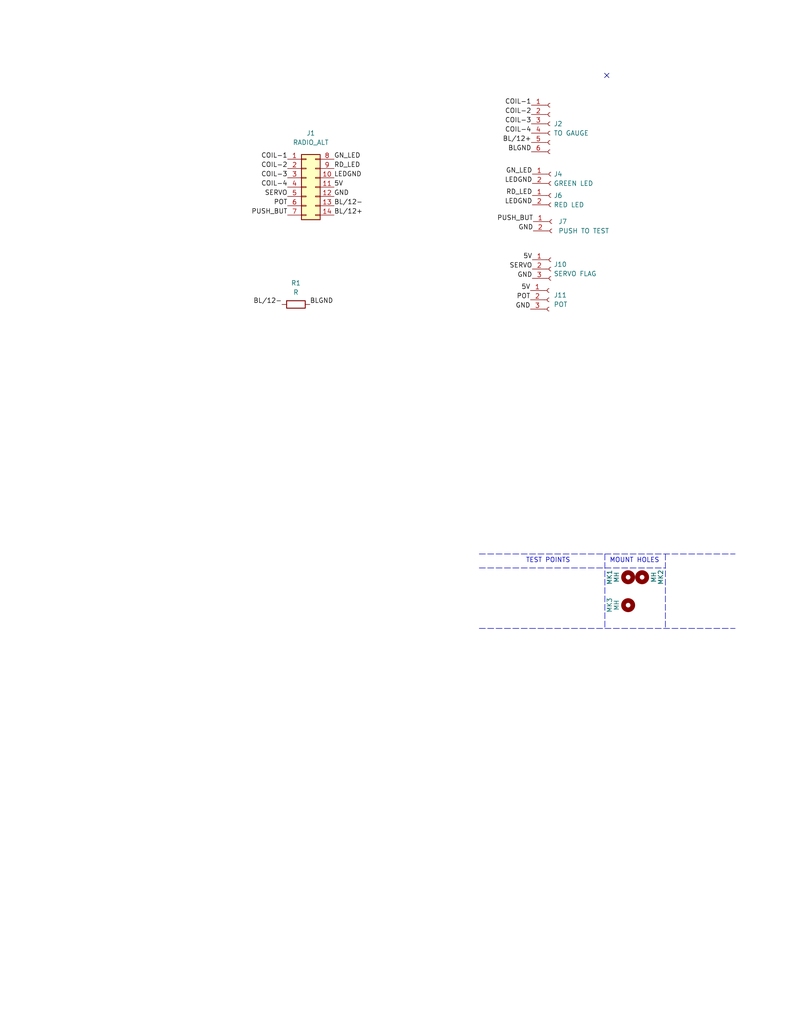
<source format=kicad_sch>
(kicad_sch (version 20211123) (generator eeschema)
  (paper "A" portrait)
  (title_block (title "Radar Altimeter Controller") (date "2021-10-30") (rev "1") (company "OpenHornet") (comment 1 "CC BY-NC-SA"))
  (lib_symbols
    (symbol "Connector:Conn_01x02_Female" (pin_names (offset 1.016) hide)
      (property "Reference" "J" (at 0 2.54 0))
      (property "Value" "Conn_01x02_Female" (at 0 -5.08 0))
      (symbol "Conn_01x02_Female_1_1"
        (arc (start 0 -2.032) (mid -0.508 -2.54) (end 0 -3.048) (stroke (width 0.1524)))
        (polyline (pts (xy -1.27 -2.54) (xy -0.508 -2.54)) (stroke (width 0.1524)))
        (polyline (pts (xy -1.27 0) (xy -0.508 0)) (stroke (width 0.1524)))
        (arc (start 0 0.508) (mid -0.508 0) (end 0 -0.508) (stroke (width 0.1524)))
        (pin passive line (at -5.08 0 0) (length 3.81) (name "Pin_1") (number "1"))
        (pin passive line (at -5.08 -2.54 0) (length 3.81) (name "Pin_2") (number "2"))
      )
    )
    (symbol "Connector:Conn_01x03_Female" (pin_names (offset 1.016) hide)
      (property "Reference" "J" (at 0 5.08 0))
      (property "Value" "Conn_01x03_Female" (at 0 -5.08 0))
      (symbol "Conn_01x03_Female_1_1"
        (arc (start 0 -2.032) (mid -0.508 -2.54) (end 0 -3.048) (stroke (width 0.1524)))
        (polyline (pts (xy -1.27 -2.54) (xy -0.508 -2.54)) (stroke (width 0.1524)))
        (polyline (pts (xy -1.27 0) (xy -0.508 0)) (stroke (width 0.1524)))
        (polyline (pts (xy -1.27 2.54) (xy -0.508 2.54)) (stroke (width 0.1524)))
        (arc (start 0 0.508) (mid -0.508 0) (end 0 -0.508) (stroke (width 0.1524)))
        (arc (start 0 3.048) (mid -0.508 2.54) (end 0 2.032) (stroke (width 0.1524)))
        (pin passive line (at -5.08 2.54 0) (length 3.81) (name "Pin_1") (number "1"))
        (pin passive line (at -5.08 0 0) (length 3.81) (name "Pin_2") (number "2"))
        (pin passive line (at -5.08 -2.54 0) (length 3.81) (name "Pin_3") (number "3"))
      )
    )
    (symbol "Connector:Conn_01x06_Female" (pin_names (offset 1.016) hide)
      (property "Reference" "J" (at 0 7.62 0))
      (property "Value" "Conn_01x06_Female" (at 0 -10.16 0))
      (symbol "Conn_01x06_Female_1_1"
        (arc (start 0 -7.112) (mid -0.508 -7.62) (end 0 -8.128) (stroke (width 0.1524)))
        (arc (start 0 -4.572) (mid -0.508 -5.08) (end 0 -5.588) (stroke (width 0.1524)))
        (arc (start 0 -2.032) (mid -0.508 -2.54) (end 0 -3.048) (stroke (width 0.1524)))
        (polyline (pts (xy -1.27 -7.62) (xy -0.508 -7.62)) (stroke (width 0.1524)))
        (polyline (pts (xy -1.27 -5.08) (xy -0.508 -5.08)) (stroke (width 0.1524)))
        (polyline (pts (xy -1.27 -2.54) (xy -0.508 -2.54)) (stroke (width 0.1524)))
        (polyline (pts (xy -1.27 0) (xy -0.508 0)) (stroke (width 0.1524)))
        (polyline (pts (xy -1.27 2.54) (xy -0.508 2.54)) (stroke (width 0.1524)))
        (polyline (pts (xy -1.27 5.08) (xy -0.508 5.08)) (stroke (width 0.1524)))
        (arc (start 0 0.508) (mid -0.508 0) (end 0 -0.508) (stroke (width 0.1524)))
        (arc (start 0 3.048) (mid -0.508 2.54) (end 0 2.032) (stroke (width 0.1524)))
        (arc (start 0 5.588) (mid -0.508 5.08) (end 0 4.572) (stroke (width 0.1524)))
        (pin passive line (at -5.08 5.08 0) (length 3.81) (name "Pin_1") (number "1"))
        (pin passive line (at -5.08 2.54 0) (length 3.81) (name "Pin_2") (number "2"))
        (pin passive line (at -5.08 0 0) (length 3.81) (name "Pin_3") (number "3"))
        (pin passive line (at -5.08 -2.54 0) (length 3.81) (name "Pin_4") (number "4"))
        (pin passive line (at -5.08 -5.08 0) (length 3.81) (name "Pin_5") (number "5"))
        (pin passive line (at -5.08 -7.62 0) (length 3.81) (name "Pin_6") (number "6"))
      )
    )
    (symbol "Connector_Generic:Conn_02x07_Top_Bottom" (pin_names (offset 1.016) hide)
      (property "Reference" "J" (at 1.27 10.16 0))
      (property "Value" "Conn_02x07_Top_Bottom" (at 1.27 -10.16 0))
      (symbol "Conn_02x07_Top_Bottom_1_1"
        (rectangle (start -1.27 -7.493) (end 0 -7.747) (stroke (width 0.1524)))
        (rectangle (start -1.27 -4.953) (end 0 -5.207) (stroke (width 0.1524)))
        (rectangle (start -1.27 -2.413) (end 0 -2.667) (stroke (width 0.1524)))
        (rectangle (start -1.27 0.127) (end 0 -0.127) (stroke (width 0.1524)))
        (rectangle (start -1.27 2.667) (end 0 2.413) (stroke (width 0.1524)))
        (rectangle (start -1.27 5.207) (end 0 4.953) (stroke (width 0.1524)))
        (rectangle (start -1.27 7.747) (end 0 7.493) (stroke (width 0.1524)))
        (rectangle (start -1.27 8.89) (end 3.81 -8.89) (stroke (width 0.254)) (fill (type background)))
        (rectangle (start 3.81 -7.493) (end 2.54 -7.747) (stroke (width 0.1524)))
        (rectangle (start 3.81 -4.953) (end 2.54 -5.207) (stroke (width 0.1524)))
        (rectangle (start 3.81 -2.413) (end 2.54 -2.667) (stroke (width 0.1524)))
        (rectangle (start 3.81 0.127) (end 2.54 -0.127) (stroke (width 0.1524)))
        (rectangle (start 3.81 2.667) (end 2.54 2.413) (stroke (width 0.1524)))
        (rectangle (start 3.81 5.207) (end 2.54 4.953) (stroke (width 0.1524)))
        (rectangle (start 3.81 7.747) (end 2.54 7.493) (stroke (width 0.1524)))
        (pin passive line (at -5.08 7.62 0) (length 3.81) (name "Pin_1") (number "1"))
        (pin passive line (at 7.62 2.54 180) (length 3.81) (name "Pin_10") (number "10"))
        (pin passive line (at 7.62 0 180) (length 3.81) (name "Pin_11") (number "11"))
        (pin passive line (at 7.62 -2.54 180) (length 3.81) (name "Pin_12") (number "12"))
        (pin passive line (at 7.62 -5.08 180) (length 3.81) (name "Pin_13") (number "13"))
        (pin passive line (at 7.62 -7.62 180) (length 3.81) (name "Pin_14") (number "14"))
        (pin passive line (at -5.08 5.08 0) (length 3.81) (name "Pin_2") (number "2"))
        (pin passive line (at -5.08 2.54 0) (length 3.81) (name "Pin_3") (number "3"))
        (pin passive line (at -5.08 0 0) (length 3.81) (name "Pin_4") (number "4"))
        (pin passive line (at -5.08 -2.54 0) (length 3.81) (name "Pin_5") (number "5"))
        (pin passive line (at -5.08 -5.08 0) (length 3.81) (name "Pin_6") (number "6"))
        (pin passive line (at -5.08 -7.62 0) (length 3.81) (name "Pin_7") (number "7"))
        (pin passive line (at 7.62 7.62 180) (length 3.81) (name "Pin_8") (number "8"))
        (pin passive line (at 7.62 5.08 180) (length 3.81) (name "Pin_9") (number "9"))
      )
    )
    (symbol "Device:R" (pin_numbers hide) (pin_names (offset 0))
      (property "Reference" "R" (at 2.032 0 90))
      (property "Value" "R" (at 0 0 90))
      (symbol "R_0_1"
        (rectangle (start -1.016 -2.54) (end 1.016 2.54) (stroke (width 0.254)))
      )
      (symbol "R_1_1"
        (pin passive line (at 0 3.81 270) (length 1.27) (name "~") (number "1"))
        (pin passive line (at 0 -3.81 90) (length 1.27) (name "~") (number "2"))
      )
    )
    (symbol "Mechanical:MountingHole" (pin_names (offset 1.016))
      (property "Reference" "H" (at 0 5.08 0))
      (property "Value" "MountingHole" (at 0 3.175 0))
      (symbol "MountingHole_0_1"
        (circle (center 0 0) (radius 1.27) (stroke (width 1.27)))
      )
    )
  )
  (no_connect (at 165.608 20.574))
  (polyline (pts (xy 181.61 151.13) (xy 181.61 171.45)))
  (polyline (pts (xy 130.81 171.45) (xy 200.66 171.45)))
  (polyline (pts (xy 130.81 151.13) (xy 200.66 151.13)))
  (polyline (pts (xy 130.81 154.94) (xy 181.61 154.94)))
  (polyline (pts (xy 165.1 151.13) (xy 165.1 171.45)))
  (text "MOUNT HOLES" (at 166.37 153.67 0) (effects (font (size 1.27 1.27)) (justify left bottom)))
  (text "TEST POINTS" (at 143.51 153.67 0) (effects (font (size 1.27 1.27)) (justify left bottom)))
  (label "BL{slash}12+" (at 91.186 58.674 0))
  (label "LEDGND" (at 91.186 48.514 0))
  (label "COIL-1" (at 78.486 43.434 180))
  (label "GND" (at 144.78 84.328 180))
  (label "PUSH_BUT" (at 145.542 60.452 180))
  (label "BL{slash}12+" (at 145.034 38.862 180))
  (label "POT" (at 78.486 56.134 180))
  (label "5V" (at 91.186 51.054 0))
  (label "COIL-3" (at 78.486 48.514 180))
  (label "GN_LED" (at 91.186 43.434 0))
  (label "BL{slash}12-" (at 91.186 56.134 0))
  (label "BLGND" (at 84.582 83.058 0))
  (label "POT" (at 144.78 81.788 180))
  (label "PUSH_BUT" (at 78.486 58.674 180))
  (label "5V" (at 145.288 70.866 180))
  (label "SERVO" (at 78.486 53.594 180))
  (label "LEDGND" (at 145.288 55.88 180))
  (label "LEDGND" (at 145.288 50.038 180))
  (label "GND" (at 145.542 62.992 180))
  (label "COIL-2" (at 78.486 45.974 180))
  (label "BLGND" (at 145.034 41.402 180))
  (label "RD_LED" (at 145.288 53.34 180))
  (label "GND" (at 91.186 53.594 0))
  (label "COIL-4" (at 145.034 36.322 180))
  (label "GND" (at 145.288 75.946 180))
  (label "5V" (at 144.78 79.248 180))
  (label "COIL-2" (at 145.034 31.242 180))
  (label "COIL-1" (at 145.034 28.702 180))
  (label "COIL-3" (at 145.034 33.782 180))
  (label "SERVO" (at 145.288 73.406 180))
  (label "GN_LED" (at 145.288 47.498 180))
  (label "RD_LED" (at 91.186 45.974 0))
  (label "BL{slash}12-" (at 76.962 83.058 180))
  (label "COIL-4" (at 78.486 51.054 180))
  (symbol (lib_id "Mechanical:MountingHole") (at 171.45 157.48 90) (unit 1)
    (property "Reference" "MK1" (at 166.37 157.48 0))
    (property "Value" "MH" (at 168.275 157.48 0))
    (property "Footprint" "MountingHole:MountingHole_2.5mm" (effects hide))
  )
  (symbol (lib_id "Mechanical:MountingHole") (at 171.45 165.1 90) (unit 1)
    (property "Reference" "MK3" (at 166.37 165.1 0))
    (property "Value" "MH" (at 168.275 165.1 0))
    (property "Footprint" "MountingHole:MountingHole_2.5mm" (effects hide))
  )
  (symbol (lib_id "Mechanical:MountingHole") (at 175.26 157.48 270) (unit 1)
    (property "Reference" "MK2" (at 180.34 157.48 0))
    (property "Value" "MH" (at 178.435 157.48 0))
    (property "Footprint" "MountingHole:MountingHole_2.5mm" (effects hide))
  )
  (symbol (lib_id "Connector:Conn_01x06_Female") (at 150.114 33.782 0) (unit 1)
    (property "Reference" "J2" (at 151.13 33.7819 0) (effects (justify left)))
    (property "Value" "TO GAUGE" (at 151.13 36.3219 0) (effects (justify left)))
    (property "Footprint" "Connector_Molex:Molex_KK-254_AE-6410-06A_1x06_P2.54mm_Vertical" (effects hide))
  )
  (symbol (lib_id "Connector:Conn_01x03_Female") (at 149.86 81.788 0) (unit 1)
    (property "Reference" "J11" (at 151.13 80.5179 0) (effects (justify left)))
    (property "Value" "POT" (at 151.13 83.0579 0) (effects (justify left)))
    (property "Footprint" "Connector_Molex:Molex_KK-254_AE-6410-03A_1x03_P2.54mm_Vertical" (effects hide))
  )
  (symbol (lib_id "Device:R") (at 80.772 83.058 90) (unit 1)
    (property "Reference" "R1" (at 80.772 77.216 90))
    (property "Value" "R" (at 80.772 79.756 90))
    (property "Footprint" "Resistor_THT:R_Axial_DIN0204_L3.6mm_D1.6mm_P2.54mm_Vertical" (effects hide))
  )
  (symbol (lib_id "Connector:Conn_01x02_Female") (at 150.622 60.452 0) (unit 1)
    (property "Reference" "J7" (at 152.4 60.4519 0) (effects (justify left)))
    (property "Value" "PUSH TO TEST" (at 152.4 62.9919 0) (effects (justify left)))
    (property "Footprint" "Connector_Molex:Molex_KK-254_AE-6410-02A_1x02_P2.54mm_Vertical" (effects hide))
  )
  (symbol (lib_id "Connector:Conn_01x02_Female") (at 150.368 53.34 0) (unit 1)
    (property "Reference" "J6" (at 151.13 53.3399 0) (effects (justify left)))
    (property "Value" "RED LED" (at 151.13 55.8799 0) (effects (justify left)))
    (property "Footprint" "Connector_Molex:Molex_KK-254_AE-6410-02A_1x02_P2.54mm_Vertical" (effects hide))
  )
  (symbol (lib_id "Connector:Conn_01x02_Female") (at 150.368 47.498 0) (unit 1)
    (property "Reference" "J4" (at 151.13 47.4979 0) (effects (justify left)))
    (property "Value" "GREEN LED" (at 151.13 50.0379 0) (effects (justify left)))
    (property "Footprint" "Connector_Molex:Molex_KK-254_AE-6410-02A_1x02_P2.54mm_Vertical" (effects hide))
  )
  (symbol (lib_id "Connector_Generic:Conn_02x07_Top_Bottom") (at 83.566 51.054 0) (unit 1)
    (property "Reference" "J1" (at 84.836 36.322 0))
    (property "Value" "RADIO_ALT" (at 84.836 38.862 0))
    (property "Footprint" "Connector_IDC:IDC-Header_2x07_P2.54mm_Vertical" (effects hide))
  )
  (symbol (lib_id "Connector:Conn_01x03_Female") (at 150.368 73.406 0) (unit 1)
    (property "Reference" "J10" (at 151.13 72.1359 0) (effects (justify left)))
    (property "Value" "SERVO FLAG" (at 151.13 74.6759 0) (effects (justify left)))
    (property "Footprint" "Connector_Molex:Molex_KK-254_AE-6410-03A_1x03_P2.54mm_Vertical" (effects hide))
  )
)
</source>
